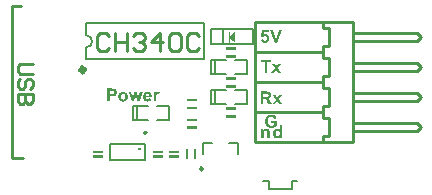
<source format=gto>
G04*
G04 #@! TF.GenerationSoftware,Altium Limited,Altium Designer,22.3.1 (43)*
G04*
G04 Layer_Color=65535*
%FSTAX25Y25*%
%MOIN*%
G70*
G04*
G04 #@! TF.SameCoordinates,AA438D0C-BAC3-434F-BC1F-4FEAB2FC06D2*
G04*
G04*
G04 #@! TF.FilePolarity,Positive*
G04*
G01*
G75*
%ADD10C,0.01000*%
%ADD11C,0.00984*%
%ADD12C,0.01968*%
%ADD13C,0.00800*%
%ADD14C,0.00100*%
%ADD15C,0.00700*%
%ADD16C,0.00787*%
%ADD17C,0.00500*%
%ADD18C,0.00394*%
G36*
X00757Y0046915D02*
X007415Y0048465D01*
X00757Y0050015D01*
Y0046915D01*
D02*
G37*
G36*
X0076Y0044539D02*
X0073Y0044539D01*
Y0045039D01*
X0076D01*
Y0044539D01*
D02*
G37*
G36*
X0075999Y0041889D02*
X0072999D01*
Y0042389D01*
X0075999D01*
Y0041889D01*
D02*
G37*
G36*
X0076Y0034539D02*
X0073Y0034539D01*
Y0035039D01*
X0076D01*
Y0034539D01*
D02*
G37*
G36*
X0075999Y0031889D02*
X0072999D01*
Y0032389D01*
X0075999D01*
Y0031889D01*
D02*
G37*
G36*
X0063001Y002734D02*
X0060001D01*
Y002784D01*
X0063001D01*
Y002734D01*
D02*
G37*
G36*
X0063Y002519D02*
Y002469D01*
X006Y002469D01*
Y002519D01*
X0063Y002519D01*
D02*
G37*
G36*
X0076Y0024439D02*
X0073Y0024439D01*
Y0024939D01*
X0076D01*
Y0024439D01*
D02*
G37*
G36*
X0075999Y0021789D02*
X0072999D01*
Y0022289D01*
X0075999D01*
Y0021789D01*
D02*
G37*
G36*
X0063Y0021239D02*
Y0020739D01*
X006Y0020739D01*
Y0021239D01*
X0063Y0021239D01*
D02*
G37*
G36*
X0062999Y0018089D02*
X0059999D01*
Y0018589D01*
X0062999D01*
Y0018089D01*
D02*
G37*
G36*
X0057Y0010415D02*
Y0009915D01*
X0054D01*
Y0010415D01*
X0057Y0010415D01*
D02*
G37*
G36*
X00515D02*
Y0009915D01*
X00485D01*
Y0010415D01*
X00515Y0010415D01*
D02*
G37*
G36*
X00315Y0009915D02*
X00285D01*
Y0010415D01*
X00315D01*
Y0009915D01*
D02*
G37*
G36*
X0057Y0008515D02*
X0054D01*
Y0009015D01*
X0057D01*
Y0008515D01*
D02*
G37*
G36*
X00515D02*
X00485D01*
Y0009015D01*
X00515D01*
Y0008515D01*
D02*
G37*
G36*
X00315D02*
X00285Y0008515D01*
Y0009015D01*
X00315D01*
Y0008515D01*
D02*
G37*
G36*
X0059925Y0007965D02*
X0059425D01*
Y0010965D01*
X0059925D01*
Y0007965D01*
D02*
G37*
G36*
X0062575Y0007965D02*
X0062075D01*
X0062075Y0010965D01*
X0062575D01*
X0062575Y0007965D01*
D02*
G37*
G36*
X008646Y0017833D02*
X0086485D01*
X0086552Y0017825D01*
X0086627Y0017812D01*
X0086711Y0017795D01*
X0086799Y001777D01*
X0086882Y0017737D01*
X0086887D01*
X0086891Y0017733D01*
X0086903Y0017729D01*
X008692Y001772D01*
X0086962Y0017699D01*
X0087012Y001767D01*
X0087066Y0017632D01*
X008712Y0017591D01*
X0087175Y001754D01*
X0087225Y0017486D01*
X0087229Y0017478D01*
X0087246Y0017461D01*
X0087263Y0017427D01*
X0087288Y0017386D01*
X0087317Y0017336D01*
X0087342Y0017277D01*
X0087367Y0017214D01*
X0087388Y0017143D01*
Y0017139D01*
X0087392Y0017135D01*
Y0017122D01*
X0087396Y001711D01*
X0087401Y0017089D01*
X0087405Y0017064D01*
X0087409Y0017035D01*
X0087413Y0017001D01*
X0087417Y0016964D01*
X0087422Y0016926D01*
X0087426Y001683D01*
X0087434Y0016717D01*
Y0016592D01*
Y0014665D01*
X0086615D01*
Y0016245D01*
Y0016249D01*
Y0016265D01*
Y0016291D01*
Y0016324D01*
Y0016366D01*
X0086611Y0016412D01*
Y0016462D01*
X0086606Y0016516D01*
X0086602Y0016625D01*
X0086594Y0016734D01*
X0086585Y0016784D01*
X0086577Y0016826D01*
X0086569Y0016867D01*
X008656Y0016897D01*
X0086556Y0016905D01*
X0086552Y0016922D01*
X0086535Y0016947D01*
X0086519Y001698D01*
X0086493Y0017018D01*
X0086464Y0017055D01*
X0086427Y0017093D01*
X0086385Y0017127D01*
X0086381Y0017131D01*
X0086364Y0017139D01*
X0086339Y0017152D01*
X0086305Y0017168D01*
X0086264Y0017185D01*
X0086218Y0017198D01*
X0086159Y0017206D01*
X0086101Y001721D01*
X0086063D01*
X0086025Y0017206D01*
X0085971Y0017198D01*
X0085913Y0017181D01*
X008585Y001716D01*
X0085783Y0017131D01*
X0085716Y0017093D01*
X0085708Y0017089D01*
X0085687Y0017072D01*
X0085658Y0017047D01*
X0085624Y0017009D01*
X0085582Y0016964D01*
X0085545Y0016913D01*
X0085511Y0016851D01*
X0085482Y001678D01*
Y0016775D01*
X0085478Y0016771D01*
Y0016759D01*
X0085474Y0016742D01*
X0085469Y0016721D01*
X0085461Y0016692D01*
X0085457Y0016658D01*
X0085453Y0016621D01*
X0085444Y0016575D01*
X008544Y0016521D01*
X0085436Y0016462D01*
X0085428Y0016399D01*
X0085423Y0016328D01*
Y0016249D01*
X0085419Y0016161D01*
Y0016069D01*
Y0014665D01*
X00846D01*
Y001777D01*
X0085365D01*
Y0017311D01*
X0085369Y0017315D01*
X0085382Y0017331D01*
X0085407Y0017361D01*
X008544Y0017394D01*
X0085478Y0017432D01*
X0085528Y0017478D01*
X0085582Y0017524D01*
X0085645Y0017574D01*
X0085716Y0017624D01*
X0085791Y001767D01*
X0085879Y0017716D01*
X0085967Y0017754D01*
X0086063Y0017787D01*
X0086168Y0017816D01*
X0086276Y0017833D01*
X0086389Y0017837D01*
X0086435D01*
X008646Y0017833D01*
D02*
G37*
G36*
X0088099Y002252D02*
X0088157D01*
X0088224Y0022516D01*
X0088299Y0022508D01*
X0088387Y0022495D01*
X0088479Y0022482D01*
X0088575Y0022466D01*
X008868Y0022441D01*
X0088784Y0022416D01*
X0088885Y0022382D01*
X0088989Y0022345D01*
X0089089Y0022299D01*
X0089181Y0022244D01*
X0089269Y0022186D01*
X0089273Y0022182D01*
X008929Y0022169D01*
X0089311Y0022152D01*
X008934Y0022123D01*
X0089378Y002209D01*
X008942Y0022048D01*
X0089465Y0022002D01*
X0089512Y0021943D01*
X0089562Y0021881D01*
X0089608Y0021814D01*
X0089658Y0021738D01*
X0089704Y0021655D01*
X008975Y0021567D01*
X0089787Y0021471D01*
X0089821Y0021371D01*
X008985Y0021262D01*
X0088989Y0021103D01*
Y0021107D01*
X0088985Y0021116D01*
X0088981Y0021132D01*
X0088972Y0021153D01*
X008896Y0021182D01*
X0088947Y0021212D01*
X0088914Y0021283D01*
X0088864Y0021362D01*
X0088805Y0021446D01*
X0088734Y0021525D01*
X0088646Y00216D01*
X0088642Y0021605D01*
X0088634Y0021609D01*
X0088621Y0021617D01*
X00886Y002163D01*
X0088575Y0021642D01*
X0088546Y0021659D01*
X0088512Y0021676D01*
X0088475Y0021692D01*
X0088433Y0021709D01*
X0088383Y0021726D01*
X0088278Y0021755D01*
X0088157Y0021776D01*
X008809Y0021784D01*
X0087998D01*
X0087969Y002178D01*
X0087932D01*
X0087881Y0021772D01*
X0087827Y0021764D01*
X0087764Y0021755D01*
X0087697Y0021738D01*
X0087626Y0021722D01*
X0087555Y0021697D01*
X008748Y0021667D01*
X0087405Y0021634D01*
X008733Y0021592D01*
X0087254Y0021542D01*
X0087187Y0021488D01*
X0087121Y0021425D01*
X0087116Y0021421D01*
X0087108Y0021408D01*
X0087091Y0021387D01*
X008707Y0021358D01*
X0087045Y002132D01*
X0087016Y0021274D01*
X0086987Y002122D01*
X0086958Y0021158D01*
X0086924Y0021086D01*
X0086895Y0021007D01*
X0086866Y0020919D01*
X008684Y0020823D01*
X008682Y0020719D01*
X0086803Y0020606D01*
X0086795Y0020484D01*
X008679Y0020355D01*
Y0020346D01*
Y0020321D01*
X0086795Y0020284D01*
Y002023D01*
X0086803Y0020167D01*
X0086807Y0020096D01*
X008682Y0020012D01*
X0086832Y0019929D01*
X0086849Y0019837D01*
X0086874Y001974D01*
X0086899Y0019648D01*
X0086932Y0019552D01*
X008697Y001946D01*
X0087016Y0019373D01*
X008707Y0019289D01*
X0087129Y0019214D01*
X0087133Y001921D01*
X0087146Y0019197D01*
X0087162Y001918D01*
X0087192Y0019155D01*
X0087225Y0019126D01*
X0087267Y0019093D01*
X0087313Y0019059D01*
X0087367Y0019026D01*
X0087426Y0018988D01*
X0087493Y0018955D01*
X0087568Y0018921D01*
X0087647Y0018892D01*
X0087731Y0018867D01*
X0087819Y001885D01*
X0087915Y0018837D01*
X0088015Y0018833D01*
X0088061D01*
X0088086Y0018837D01*
X0088115D01*
X0088187Y0018846D01*
X0088266Y0018858D01*
X0088358Y0018879D01*
X0088458Y0018904D01*
X0088559Y0018938D01*
X0088563D01*
X0088571Y0018942D01*
X0088584Y001895D01*
X0088604Y0018959D01*
X008863Y0018967D01*
X0088655Y001898D01*
X0088722Y0019009D01*
X0088797Y0019047D01*
X0088876Y0019093D01*
X0088956Y0019143D01*
X0089031Y0019197D01*
Y001974D01*
X008804D01*
Y0020464D01*
X0089904D01*
Y0018754D01*
X00899Y001875D01*
X0089892Y0018741D01*
X0089875Y0018729D01*
X0089854Y0018708D01*
X0089825Y0018687D01*
X0089792Y0018662D01*
X008975Y0018629D01*
X0089704Y0018599D01*
X0089649Y0018562D01*
X0089591Y0018524D01*
X0089528Y0018486D01*
X0089457Y0018449D01*
X0089382Y0018407D01*
X0089298Y0018369D01*
X0089211Y0018328D01*
X0089114Y001829D01*
X008911D01*
X0089089Y0018282D01*
X0089064Y0018273D01*
X0089027Y0018261D01*
X0088981Y0018244D01*
X0088922Y0018227D01*
X0088859Y0018211D01*
X0088793Y0018194D01*
X0088713Y0018173D01*
X0088634Y0018156D01*
X0088546Y0018139D01*
X0088458Y0018123D01*
X0088266Y0018102D01*
X008817Y0018098D01*
X0088069Y0018093D01*
X0088003D01*
X0087957Y0018098D01*
X0087898Y0018102D01*
X0087831Y001811D01*
X0087756Y0018119D01*
X0087672Y0018127D01*
X0087585Y0018144D01*
X0087488Y001816D01*
X0087392Y0018185D01*
X0087292Y0018211D01*
X0087192Y0018244D01*
X0087095Y0018282D01*
X0086995Y0018323D01*
X0086899Y0018374D01*
X0086895Y0018378D01*
X0086878Y0018386D01*
X0086853Y0018403D01*
X008682Y0018424D01*
X0086778Y0018453D01*
X0086728Y0018491D01*
X0086677Y0018532D01*
X0086619Y0018578D01*
X008656Y0018633D01*
X0086498Y0018691D01*
X0086435Y0018758D01*
X0086372Y0018829D01*
X0086314Y0018909D01*
X0086255Y0018992D01*
X0086201Y001908D01*
X0086151Y0019176D01*
X0086147Y001918D01*
X0086138Y0019201D01*
X0086126Y001923D01*
X0086113Y0019268D01*
X0086092Y0019318D01*
X0086071Y0019377D01*
X008605Y0019444D01*
X0086025Y0019519D01*
X0086Y0019598D01*
X0085979Y0019686D01*
X0085958Y0019782D01*
X0085938Y0019883D01*
X0085925Y0019987D01*
X0085913Y0020096D01*
X0085904Y0020209D01*
X00859Y0020321D01*
Y002033D01*
Y0020351D01*
Y0020388D01*
X0085904Y0020434D01*
X0085908Y0020493D01*
X0085917Y002056D01*
X0085925Y0020635D01*
X0085933Y0020723D01*
X008595Y002081D01*
X0085967Y0020907D01*
X0085992Y0021003D01*
X0086017Y0021103D01*
X008605Y0021208D01*
X0086088Y0021308D01*
X008613Y0021408D01*
X008618Y0021509D01*
X0086184Y0021513D01*
X0086193Y0021534D01*
X0086209Y0021559D01*
X0086234Y0021596D01*
X0086264Y0021638D01*
X0086297Y0021688D01*
X0086339Y0021743D01*
X0086389Y0021805D01*
X0086443Y0021868D01*
X0086502Y0021935D01*
X0086569Y0021998D01*
X0086644Y0022064D01*
X0086724Y0022131D01*
X0086811Y0022194D01*
X0086903Y0022253D01*
X0086999Y0022307D01*
X0087003Y0022311D01*
X008702Y0022315D01*
X0087041Y0022328D01*
X0087075Y002234D01*
X0087112Y0022357D01*
X0087162Y0022374D01*
X0087221Y0022395D01*
X0087284Y0022416D01*
X0087355Y0022436D01*
X008743Y0022457D01*
X0087518Y0022474D01*
X0087605Y0022491D01*
X0087702Y0022503D01*
X0087806Y0022516D01*
X0087911Y002252D01*
X0088023Y0022524D01*
X0088057D01*
X0088099Y002252D01*
D02*
G37*
G36*
X0091631Y0014665D02*
X0090865D01*
Y001512D01*
X0090861Y0015116D01*
X0090857Y0015108D01*
X0090845Y0015095D01*
X0090832Y0015078D01*
X009079Y0015028D01*
X0090736Y001497D01*
X0090669Y0014907D01*
X0090594Y001484D01*
X0090506Y0014777D01*
X0090414Y0014723D01*
X009041D01*
X0090402Y0014719D01*
X0090389Y0014711D01*
X0090368Y0014702D01*
X0090347Y0014694D01*
X0090318Y0014681D01*
X0090251Y001466D01*
X0090176Y0014635D01*
X0090088Y0014614D01*
X0089992Y0014598D01*
X0089896Y0014593D01*
X0089871D01*
X0089846Y0014598D01*
X0089808Y0014602D01*
X0089762Y0014606D01*
X0089708Y0014614D01*
X0089645Y0014631D01*
X0089582Y0014648D01*
X0089511Y0014669D01*
X0089436Y0014698D01*
X0089361Y0014736D01*
X0089285Y0014773D01*
X0089206Y0014823D01*
X0089131Y0014882D01*
X0089051Y0014949D01*
X008898Y0015024D01*
X0088976Y0015028D01*
X0088964Y0015045D01*
X0088947Y001507D01*
X0088922Y0015103D01*
X0088893Y0015149D01*
X0088859Y00152D01*
X0088826Y0015262D01*
X0088792Y0015337D01*
X0088755Y0015417D01*
X0088721Y0015505D01*
X0088688Y0015605D01*
X0088658Y0015714D01*
X0088633Y0015827D01*
X0088617Y0015952D01*
X0088604Y0016082D01*
X00886Y0016224D01*
Y0016228D01*
Y0016232D01*
Y0016245D01*
Y0016257D01*
X0088604Y0016299D01*
Y0016353D01*
X0088613Y001642D01*
X0088621Y0016495D01*
X0088629Y0016579D01*
X0088646Y0016671D01*
X0088667Y0016767D01*
X0088692Y0016863D01*
X0088721Y0016964D01*
X0088755Y0017064D01*
X0088797Y001716D01*
X0088847Y0017256D01*
X0088905Y0017344D01*
X0088968Y0017423D01*
X0088972Y0017427D01*
X0088985Y001744D01*
X0089005Y0017461D01*
X0089035Y001749D01*
X0089072Y0017519D01*
X0089114Y0017553D01*
X0089169Y0017591D01*
X0089227Y0017632D01*
X008929Y001767D01*
X0089361Y0017708D01*
X008944Y0017741D01*
X0089524Y0017774D01*
X0089612Y00178D01*
X0089704Y001782D01*
X0089804Y0017833D01*
X0089908Y0017837D01*
X0089933D01*
X0089959Y0017833D01*
X0089996Y0017829D01*
X0090042Y0017825D01*
X0090092Y0017816D01*
X0090151Y00178D01*
X0090218Y0017783D01*
X0090285Y0017762D01*
X009036Y0017733D01*
X0090435Y0017695D01*
X009051Y0017653D01*
X0090586Y0017603D01*
X0090665Y0017545D01*
X009074Y0017478D01*
X0090811Y0017402D01*
Y0018949D01*
X0091631D01*
Y0014665D01*
D02*
G37*
G36*
X0090503Y0027599D02*
X0091652Y0025965D01*
X0090645D01*
X0090013Y0026926D01*
X0089378Y0025965D01*
X0088417D01*
X0089537Y0027561D01*
X0088463Y002907D01*
X0089462D01*
X0090013Y0028213D01*
X0090594Y002907D01*
X0091556D01*
X0090503Y0027599D01*
D02*
G37*
G36*
X0086485Y0030245D02*
X0086552D01*
X0086623Y0030241D01*
X0086699Y0030237D01*
X0086862Y003022D01*
X0087029Y0030199D01*
X0087108Y0030186D01*
X0087184Y003017D01*
X008725Y0030153D01*
X0087313Y0030132D01*
X0087317D01*
X0087326Y0030128D01*
X0087342Y0030119D01*
X0087363Y0030111D01*
X0087393Y0030094D01*
X0087422Y0030078D01*
X0087493Y0030036D01*
X0087572Y0029981D01*
X0087656Y0029906D01*
X0087739Y0029823D01*
X0087777Y0029773D01*
X0087815Y0029718D01*
X0087819Y0029714D01*
X0087823Y0029706D01*
X0087831Y0029689D01*
X0087844Y0029668D01*
X0087857Y0029639D01*
X0087873Y0029605D01*
X008789Y0029568D01*
X0087911Y0029526D01*
X0087928Y0029476D01*
X0087944Y0029426D01*
X0087974Y0029313D01*
X0087994Y0029183D01*
X0088003Y0029116D01*
Y0029045D01*
Y0029041D01*
Y0029024D01*
Y0028999D01*
X0087999Y0028966D01*
X0087994Y0028924D01*
X0087986Y0028878D01*
X0087978Y0028824D01*
X0087969Y0028765D01*
X0087932Y002864D01*
X0087911Y0028573D01*
X0087882Y0028506D01*
X0087852Y0028439D01*
X0087811Y0028376D01*
X0087769Y0028314D01*
X0087719Y0028251D01*
X0087714Y0028247D01*
X0087706Y0028238D01*
X0087689Y0028222D01*
X0087664Y0028201D01*
X0087635Y0028176D01*
X0087597Y0028146D01*
X0087556Y0028117D01*
X0087505Y0028084D01*
X0087451Y002805D01*
X0087388Y0028017D01*
X0087317Y0027983D01*
X0087242Y002795D01*
X0087159Y0027921D01*
X0087071Y0027896D01*
X0086975Y0027871D01*
X008687Y0027854D01*
X0086874D01*
X0086883Y0027846D01*
X0086895Y0027837D01*
X0086916Y0027825D01*
X0086941Y0027812D01*
X0086966Y0027791D01*
X0087033Y0027749D01*
X0087104Y0027695D01*
X0087184Y0027632D01*
X0087259Y0027566D01*
X008733Y0027494D01*
X0087334Y002749D01*
X0087338Y0027486D01*
X0087351Y0027474D01*
X0087363Y0027457D01*
X008738Y0027432D01*
X0087405Y0027407D01*
X008743Y0027373D01*
X0087459Y0027336D01*
X0087493Y002729D01*
X008753Y002724D01*
X0087572Y0027181D01*
X0087614Y0027118D01*
X0087664Y0027051D01*
X0087714Y0026972D01*
X0087769Y0026893D01*
X0087823Y0026801D01*
X008835Y0025965D01*
X0087313D01*
X008669Y0026897D01*
X0086686Y0026901D01*
X0086678Y0026918D01*
X0086657Y0026943D01*
X0086636Y0026976D01*
X0086611Y0027018D01*
X0086577Y002706D01*
X0086506Y002716D01*
X0086431Y0027269D01*
X0086356Y0027373D01*
X0086322Y0027419D01*
X0086289Y0027461D01*
X008626Y0027494D01*
X0086235Y0027524D01*
X008623Y0027528D01*
X0086214Y0027545D01*
X0086189Y0027566D01*
X0086155Y0027595D01*
X0086118Y0027624D01*
X0086076Y0027653D01*
X0086026Y0027683D01*
X0085975Y0027703D01*
X0085967Y0027708D01*
X008595Y0027712D01*
X0085917Y002772D01*
X0085871Y0027729D01*
X0085808Y0027737D01*
X0085733Y0027745D01*
X0085641Y0027754D01*
X0085365D01*
Y0025965D01*
X00845D01*
Y0030249D01*
X0086431D01*
X0086485Y0030245D01*
D02*
G37*
G36*
X0090143Y0038099D02*
X0091293Y0036465D01*
X0090285D01*
X0089654Y0037426D01*
X0089019Y0036465D01*
X0088057D01*
X0089177Y0038061D01*
X0088103Y003957D01*
X0089102D01*
X0089654Y0038713D01*
X0090235Y003957D01*
X0091196D01*
X0090143Y0038099D01*
D02*
G37*
G36*
X0087902Y0040026D02*
X0086636D01*
Y0036465D01*
X0085771D01*
Y0040026D01*
X00845D01*
Y0040749D01*
X0087902D01*
Y0040026D01*
D02*
G37*
G36*
X0090018Y0046465D02*
X0089086D01*
X008756Y0050749D01*
X0088496D01*
X0089579Y0047576D01*
X0090632Y0050749D01*
X0091552D01*
X0090018Y0046465D01*
D02*
G37*
G36*
X0087192Y0049926D02*
X0085641D01*
X0085516Y0049194D01*
X008552D01*
X0085528Y0049198D01*
X0085541Y0049207D01*
X0085562Y0049215D01*
X0085587Y0049228D01*
X0085616Y004924D01*
X0085687Y0049265D01*
X0085771Y004929D01*
X0085867Y0049315D01*
X0085967Y0049332D01*
X0086076Y0049336D01*
X0086101D01*
X008613Y0049332D01*
X0086168D01*
X0086214Y0049324D01*
X0086268Y0049315D01*
X0086331Y0049303D01*
X0086393Y0049286D01*
X0086465Y0049265D01*
X008654Y004924D01*
X0086615Y0049207D01*
X0086695Y0049169D01*
X0086774Y0049123D01*
X0086849Y0049069D01*
X0086929Y0049006D01*
X0087Y0048935D01*
X0087004Y0048931D01*
X0087016Y0048918D01*
X0087033Y0048893D01*
X0087058Y0048864D01*
X0087087Y0048822D01*
X0087121Y0048776D01*
X0087154Y0048722D01*
X0087192Y0048659D01*
X0087225Y0048588D01*
X0087259Y0048509D01*
X0087292Y0048425D01*
X0087322Y0048333D01*
X0087347Y0048233D01*
X0087363Y0048128D01*
X0087376Y0048019D01*
X008738Y0047903D01*
Y0047898D01*
Y0047877D01*
Y0047852D01*
X0087376Y0047815D01*
X0087372Y0047769D01*
X0087363Y0047714D01*
X0087355Y0047652D01*
X0087342Y0047589D01*
X0087326Y0047514D01*
X0087305Y0047438D01*
X008728Y0047363D01*
X008725Y0047284D01*
X0087213Y00472D01*
X0087171Y0047117D01*
X0087125Y0047037D01*
X0087071Y0046958D01*
X0087067Y0046954D01*
X008705Y0046933D01*
X0087029Y0046908D01*
X0086996Y004687D01*
X0086949Y0046828D01*
X0086899Y0046778D01*
X0086841Y0046728D01*
X008677Y0046678D01*
X008669Y0046623D01*
X0086602Y0046573D01*
X0086511Y0046523D01*
X0086406Y0046481D01*
X0086293Y0046444D01*
X0086176Y0046419D01*
X0086047Y0046402D01*
X0085913Y0046393D01*
X0085888D01*
X0085854Y0046398D01*
X0085812D01*
X0085762Y0046402D01*
X0085704Y004641D01*
X0085641Y0046419D01*
X008557Y0046435D01*
X0085495Y0046452D01*
X0085415Y0046473D01*
X0085336Y0046498D01*
X0085252Y0046527D01*
X0085173Y0046565D01*
X0085094Y0046607D01*
X0085014Y0046657D01*
X0084943Y0046711D01*
X0084939Y0046715D01*
X0084926Y0046728D01*
X008491Y0046745D01*
X0084885Y004677D01*
X0084855Y0046803D01*
X0084822Y0046841D01*
X0084784Y0046887D01*
X0084747Y0046937D01*
X0084709Y0046995D01*
X0084671Y0047058D01*
X0084634Y0047129D01*
X00846Y0047204D01*
X0084567Y0047288D01*
X0084538Y0047376D01*
X0084517Y0047468D01*
X00845Y0047564D01*
X0085319Y0047652D01*
Y0047648D01*
Y0047639D01*
X0085324Y0047627D01*
X0085328Y0047606D01*
X0085332Y0047581D01*
X008534Y0047556D01*
X0085357Y0047493D01*
X0085386Y0047422D01*
X008542Y0047347D01*
X0085466Y0047276D01*
X0085524Y0047209D01*
X0085532Y00472D01*
X0085553Y0047183D01*
X0085591Y0047158D01*
X0085637Y0047129D01*
X0085695Y00471D01*
X0085762Y0047075D01*
X0085838Y0047058D01*
X0085921Y004705D01*
X0085946D01*
X0085963Y0047054D01*
X0086013Y0047062D01*
X0086072Y0047075D01*
X0086138Y00471D01*
X0086214Y0047137D01*
X0086247Y0047163D01*
X0086285Y0047192D01*
X0086322Y0047221D01*
X0086356Y0047259D01*
X008636Y0047263D01*
X0086364Y0047267D01*
X0086373Y004728D01*
X0086385Y0047296D01*
X0086398Y0047322D01*
X0086414Y0047347D01*
X0086431Y004738D01*
X0086448Y0047418D01*
X0086465Y0047455D01*
X0086477Y0047505D01*
X0086494Y0047556D01*
X0086506Y004761D01*
X0086519Y0047673D01*
X0086527Y0047739D01*
X0086536Y0047811D01*
Y0047886D01*
Y004789D01*
Y0047903D01*
Y0047923D01*
X0086532Y0047953D01*
Y0047982D01*
X0086527Y0048024D01*
X0086515Y0048107D01*
X0086494Y0048203D01*
X008646Y0048304D01*
X0086414Y0048396D01*
X0086389Y0048442D01*
X0086356Y0048479D01*
Y0048483D01*
X0086348Y0048488D01*
X0086322Y0048513D01*
X0086285Y0048542D01*
X0086235Y004858D01*
X0086168Y0048617D01*
X0086088Y0048651D01*
X0085996Y0048672D01*
X0085946Y0048676D01*
X0085896Y004868D01*
X0085863D01*
X0085838Y0048676D01*
X0085808Y0048672D01*
X0085771Y0048663D01*
X0085729Y0048655D01*
X0085687Y0048642D01*
X0085637Y0048626D01*
X0085587Y0048605D01*
X0085537Y004858D01*
X0085482Y0048546D01*
X0085428Y0048513D01*
X0085374Y0048471D01*
X0085319Y0048421D01*
X0085265Y0048366D01*
X00846Y0048463D01*
X0085022Y0050695D01*
X0087192D01*
Y0049926D01*
D02*
G37*
G36*
X00503Y0030133D02*
X0050326D01*
X0050359Y0030129D01*
X0050426Y0030116D01*
X0050509Y00301D01*
X0050601Y003007D01*
X0050697Y0030033D01*
X0050798Y0029978D01*
X0050543Y0029264D01*
X0050539D01*
X0050534Y0029268D01*
X0050522Y0029276D01*
X0050509Y0029285D01*
X0050468Y0029305D01*
X0050417Y0029335D01*
X0050355Y002936D01*
X0050292Y0029381D01*
X0050221Y0029397D01*
X0050154Y0029401D01*
X0050125D01*
X0050095Y0029397D01*
X0050054Y0029389D01*
X0050008Y0029376D01*
X0049958Y002936D01*
X0049907Y0029339D01*
X0049861Y0029305D01*
X0049857Y0029301D01*
X0049841Y0029289D01*
X004982Y0029264D01*
X0049795Y0029226D01*
X0049761Y002918D01*
X0049732Y0029117D01*
X0049703Y0029046D01*
X0049673Y0028958D01*
Y0028954D01*
X0049669Y0028946D01*
Y0028929D01*
X0049665Y0028908D01*
X0049657Y0028879D01*
X0049652Y0028837D01*
X0049648Y0028791D01*
X004964Y0028737D01*
X0049636Y002867D01*
X0049627Y0028599D01*
X0049623Y0028511D01*
X0049619Y0028419D01*
X0049615Y002831D01*
X0049611Y0028194D01*
X0049606Y0028064D01*
Y0027922D01*
Y0026965D01*
X0048787D01*
Y003007D01*
X0049552D01*
Y0029627D01*
X0049556Y0029631D01*
X004956Y002964D01*
X0049573Y0029656D01*
X0049586Y0029677D01*
X0049602Y0029702D01*
X0049623Y0029732D01*
X0049669Y0029794D01*
X0049724Y0029866D01*
X0049778Y0029932D01*
X0049841Y0029991D01*
X004987Y0030016D01*
X0049899Y0030037D01*
X0049907Y0030041D01*
X0049928Y0030054D01*
X0049962Y003007D01*
X0050004Y0030087D01*
X0050054Y0030104D01*
X0050116Y0030121D01*
X0050183Y0030133D01*
X0050254Y0030137D01*
X0050284D01*
X00503Y0030133D01*
D02*
G37*
G36*
X0044068Y0026965D02*
X0043278D01*
X0042743Y0028958D01*
X0042216Y0026965D01*
X0041418D01*
X0040436Y003007D01*
X0041234D01*
X0041815Y0028035D01*
X004235Y003007D01*
X0043144D01*
X0043663Y0028035D01*
X0044256Y003007D01*
X0045067D01*
X0044068Y0026965D01*
D02*
G37*
G36*
X0034847Y0031245D02*
X0034926D01*
X003501Y0031241D01*
X0035181Y0031232D01*
X0035269Y0031228D01*
X0035353Y003122D01*
X0035428Y0031212D01*
X0035499Y0031203D01*
X0035562Y0031195D01*
X0035612Y0031182D01*
X0035616D01*
X0035629Y0031178D01*
X0035649Y003117D01*
X0035675Y0031161D01*
X0035704Y0031149D01*
X0035741Y0031136D01*
X0035783Y0031115D01*
X0035825Y0031094D01*
X0035925Y003104D01*
X0035976Y0031002D01*
X0036026Y0030965D01*
X003608Y0030923D01*
X003613Y0030873D01*
X003618Y0030823D01*
X0036226Y0030764D01*
X003623Y003076D01*
X0036239Y0030748D01*
X0036251Y0030731D01*
X0036264Y0030706D01*
X0036285Y0030672D01*
X0036306Y0030635D01*
X0036327Y0030589D01*
X0036352Y0030538D01*
X0036377Y003048D01*
X0036398Y0030417D01*
X0036419Y003035D01*
X0036439Y0030275D01*
X0036452Y0030196D01*
X0036465Y0030112D01*
X0036473Y0030024D01*
X0036477Y0029928D01*
Y0029924D01*
Y0029912D01*
Y0029891D01*
X0036473Y0029861D01*
Y0029828D01*
X0036469Y002979D01*
X0036465Y0029744D01*
X003646Y0029698D01*
X0036439Y0029594D01*
X0036414Y0029481D01*
X0036381Y0029372D01*
X0036331Y0029264D01*
Y0029259D01*
X0036322Y0029251D01*
X0036318Y0029239D01*
X0036306Y0029218D01*
X0036272Y0029172D01*
X003623Y0029109D01*
X003618Y0029042D01*
X0036118Y0028971D01*
X0036047Y0028904D01*
X0035967Y0028841D01*
X0035963D01*
X0035959Y0028833D01*
X0035946Y0028829D01*
X003593Y0028816D01*
X0035888Y0028791D01*
X0035829Y0028762D01*
X0035762Y0028724D01*
X0035687Y0028695D01*
X0035603Y0028666D01*
X003552Y0028641D01*
X0035516D01*
X0035507Y0028637D01*
X0035487D01*
X0035461Y0028632D01*
X0035432Y0028628D01*
X003539Y0028624D01*
X0035344Y0028616D01*
X0035294Y0028611D01*
X0035232Y0028607D01*
X0035165Y0028599D01*
X0035094Y0028595D01*
X0035014Y0028591D01*
X0034926Y0028586D01*
X003483D01*
X0034734Y0028582D01*
X0034065D01*
Y0026965D01*
X00332D01*
Y0031249D01*
X0034776D01*
X0034847Y0031245D01*
D02*
G37*
G36*
X0046743Y0030133D02*
X0046789Y0030129D01*
X0046848Y0030125D01*
X0046919Y0030112D01*
X0046994Y00301D01*
X0047073Y0030079D01*
X0047161Y0030054D01*
X0047249Y0030024D01*
X0047341Y0029987D01*
X0047433Y0029945D01*
X0047521Y0029891D01*
X0047608Y0029828D01*
X0047692Y0029757D01*
X0047771Y0029677D01*
X0047776Y0029673D01*
X0047788Y0029656D01*
X0047809Y0029627D01*
X0047834Y002959D01*
X0047863Y0029544D01*
X0047897Y0029485D01*
X0047934Y0029414D01*
X0047972Y0029331D01*
X0048006Y0029239D01*
X0048043Y0029138D01*
X0048072Y0029021D01*
X0048102Y0028896D01*
X0048127Y0028758D01*
X0048144Y0028611D01*
X0048156Y0028453D01*
Y0028281D01*
X0046095D01*
Y0028277D01*
Y0028265D01*
X0046099Y0028248D01*
Y0028223D01*
X0046104Y0028189D01*
X0046108Y0028156D01*
X0046125Y0028072D01*
X0046145Y002798D01*
X0046183Y0027884D01*
X0046229Y0027792D01*
X0046258Y002775D01*
X0046292Y0027709D01*
X0046296Y0027704D01*
X00463Y00277D01*
X0046313Y0027692D01*
X0046325Y0027679D01*
X0046367Y0027646D01*
X0046426Y0027608D01*
X0046492Y0027571D01*
X0046576Y0027541D01*
X0046668Y0027516D01*
X0046718Y0027512D01*
X0046768Y0027508D01*
X0046802D01*
X0046835Y0027512D01*
X0046881Y002752D01*
X0046931Y0027533D01*
X0046986Y0027554D01*
X004704Y0027579D01*
X004709Y0027613D01*
X0047094Y0027617D01*
X0047111Y0027633D01*
X0047136Y0027658D01*
X0047165Y0027696D01*
X0047199Y0027742D01*
X0047232Y0027801D01*
X0047266Y0027867D01*
X0047295Y0027951D01*
X0048114Y0027813D01*
Y0027809D01*
X0048106Y0027792D01*
X0048098Y0027771D01*
X0048085Y0027738D01*
X0048068Y00277D01*
X0048047Y0027658D01*
X0048022Y0027608D01*
X0047993Y0027558D01*
X0047922Y002745D01*
X0047834Y0027332D01*
X0047788Y0027278D01*
X0047734Y0027224D01*
X0047675Y0027174D01*
X0047613Y0027128D01*
X0047608Y0027123D01*
X0047596Y0027119D01*
X0047579Y0027107D01*
X004755Y002709D01*
X0047517Y0027073D01*
X0047479Y0027052D01*
X0047433Y0027031D01*
X0047379Y0027011D01*
X004732Y002699D01*
X0047257Y0026969D01*
X0047186Y0026948D01*
X0047111Y0026931D01*
X0047032Y0026914D01*
X0046944Y0026902D01*
X0046856Y0026898D01*
X004676Y0026893D01*
X0046727D01*
X0046685Y0026898D01*
X0046626Y0026902D01*
X0046559Y002691D01*
X0046484Y0026923D01*
X0046396Y0026939D01*
X0046304Y002696D01*
X0046208Y0026985D01*
X0046112Y0027023D01*
X0046012Y0027065D01*
X0045911Y0027115D01*
X0045815Y0027178D01*
X0045723Y0027245D01*
X004564Y0027328D01*
X004556Y002742D01*
X0045556Y0027424D01*
X0045548Y0027441D01*
X0045531Y0027462D01*
X0045514Y0027495D01*
X0045489Y0027537D01*
X0045464Y0027587D01*
X0045435Y0027646D01*
X004541Y0027713D01*
X004538Y0027788D01*
X0045351Y0027867D01*
X0045326Y0027955D01*
X0045301Y0028051D01*
X0045284Y0028152D01*
X0045268Y002826D01*
X0045259Y0028373D01*
X0045255Y002849D01*
Y0028495D01*
Y0028499D01*
Y0028524D01*
X0045259Y0028565D01*
X0045263Y0028616D01*
X0045268Y0028683D01*
X0045276Y0028758D01*
X0045289Y0028841D01*
X0045305Y0028929D01*
X0045326Y0029025D01*
X0045351Y0029121D01*
X0045385Y0029222D01*
X0045426Y0029326D01*
X0045472Y0029422D01*
X0045523Y0029518D01*
X0045585Y002961D01*
X0045656Y0029698D01*
X0045661Y0029702D01*
X0045673Y0029719D01*
X0045698Y002974D01*
X0045727Y0029765D01*
X0045769Y0029799D01*
X0045815Y0029836D01*
X0045874Y0029878D01*
X0045937Y002992D01*
X0046007Y0029958D01*
X0046083Y0029999D01*
X0046166Y0030037D01*
X0046258Y003007D01*
X0046354Y0030095D01*
X0046455Y0030121D01*
X0046564Y0030133D01*
X0046676Y0030137D01*
X0046706D01*
X0046743Y0030133D01*
D02*
G37*
G36*
X0038655D02*
X0038705Y0030129D01*
X0038768Y0030125D01*
X0038835Y0030112D01*
X0038914Y00301D01*
X0038998Y0030079D01*
X003909Y0030054D01*
X0039182Y0030024D01*
X0039278Y0029987D01*
X0039374Y0029945D01*
X003947Y0029891D01*
X0039566Y0029828D01*
X0039658Y0029757D01*
X0039746Y0029677D01*
X003975Y0029673D01*
X0039767Y0029656D01*
X0039788Y0029631D01*
X0039817Y0029594D01*
X003985Y0029552D01*
X0039888Y0029498D01*
X003993Y0029435D01*
X0039972Y0029364D01*
X0040013Y0029285D01*
X0040055Y0029197D01*
X0040093Y00291D01*
X0040126Y0029D01*
X0040156Y0028892D01*
X0040176Y0028774D01*
X0040193Y0028653D01*
X0040197Y0028524D01*
Y0028515D01*
Y0028495D01*
X0040193Y0028457D01*
X0040189Y0028407D01*
X0040185Y0028344D01*
X0040172Y0028277D01*
X004016Y0028198D01*
X0040139Y0028114D01*
X0040118Y0028022D01*
X0040084Y0027926D01*
X0040051Y002783D01*
X0040005Y0027734D01*
X0039955Y0027633D01*
X0039892Y0027537D01*
X0039821Y0027441D01*
X0039742Y0027353D01*
X0039737Y0027349D01*
X0039721Y0027332D01*
X0039696Y0027312D01*
X0039658Y0027282D01*
X0039616Y0027249D01*
X0039562Y0027207D01*
X0039499Y0027165D01*
X0039428Y0027123D01*
X0039349Y0027082D01*
X0039261Y002704D01*
X0039169Y0027002D01*
X0039064Y0026965D01*
X003896Y0026935D01*
X0038843Y0026914D01*
X0038722Y0026898D01*
X0038596Y0026893D01*
X0038555D01*
X0038525Y0026898D01*
X0038488D01*
X0038442Y0026902D01*
X0038392Y002691D01*
X0038333Y0026919D01*
X0038274Y0026927D01*
X0038212Y0026939D01*
X0038074Y0026973D01*
X0037928Y0027023D01*
X0037857Y0027052D01*
X0037781Y0027086D01*
X0037777Y002709D01*
X0037765Y0027094D01*
X0037744Y0027107D01*
X0037719Y0027123D01*
X0037685Y002714D01*
X0037648Y0027165D01*
X0037606Y0027194D01*
X0037564Y0027228D01*
X0037514Y0027266D01*
X0037468Y0027307D01*
X0037418Y0027353D01*
X0037367Y0027404D01*
X0037321Y0027462D01*
X0037275Y002752D01*
X0037234Y0027583D01*
X0037192Y002765D01*
X0037188Y0027654D01*
X0037183Y0027667D01*
X0037175Y0027688D01*
X0037163Y0027717D01*
X0037146Y0027755D01*
X0037129Y0027796D01*
X0037113Y0027847D01*
X0037092Y0027905D01*
X0037075Y0027968D01*
X0037054Y0028035D01*
X0037037Y002811D01*
X0037025Y0028189D01*
X0037008Y0028273D01*
X0037Y0028365D01*
X0036995Y0028461D01*
X0036991Y0028557D01*
Y0028561D01*
Y0028574D01*
Y0028599D01*
X0036995Y0028628D01*
Y0028666D01*
X0037004Y0028708D01*
X0037008Y0028758D01*
X0037016Y0028808D01*
X0037029Y0028866D01*
X0037041Y0028929D01*
X0037075Y0029063D01*
X0037125Y0029205D01*
X0037158Y0029276D01*
X0037192Y0029347D01*
X0037196Y0029351D01*
X00372Y0029364D01*
X0037213Y0029385D01*
X0037229Y002941D01*
X003725Y0029443D01*
X0037275Y0029481D01*
X0037305Y0029518D01*
X0037338Y0029564D01*
X0037376Y002961D01*
X0037418Y0029661D01*
X0037464Y0029707D01*
X0037518Y0029757D01*
X0037631Y0029849D01*
X0037694Y0029895D01*
X003776Y0029932D01*
X0037765Y0029937D01*
X0037777Y0029941D01*
X0037798Y0029953D01*
X0037827Y0029966D01*
X0037861Y0029978D01*
X0037903Y0029999D01*
X0037949Y0030016D01*
X0038003Y0030037D01*
X0038061Y0030054D01*
X0038124Y0030075D01*
X0038195Y0030091D01*
X0038266Y0030104D01*
X0038421Y0030129D01*
X0038504Y0030133D01*
X0038588Y0030137D01*
X0038621D01*
X0038655Y0030133D01*
D02*
G37*
%LPC*%
G36*
X0090126Y001721D02*
X0090096D01*
X0090075Y0017206D01*
X0090051Y0017202D01*
X0090021Y0017198D01*
X0089954Y0017181D01*
X0089879Y0017152D01*
X0089796Y001711D01*
X0089754Y0017085D01*
X0089716Y0017055D01*
X0089674Y0017018D01*
X0089637Y0016976D01*
Y0016972D01*
X0089628Y0016964D01*
X008962Y0016951D01*
X0089607Y0016934D01*
X0089591Y0016909D01*
X0089574Y001688D01*
X0089557Y0016842D01*
X008954Y0016801D01*
X008952Y0016755D01*
X0089503Y0016704D01*
X0089486Y0016646D01*
X0089469Y0016583D01*
X0089457Y0016516D01*
X0089448Y0016445D01*
X0089444Y0016366D01*
X008944Y0016282D01*
Y0016278D01*
Y0016261D01*
Y0016236D01*
X0089444Y0016203D01*
Y0016161D01*
X0089448Y0016115D01*
X0089453Y0016061D01*
X0089457Y0016006D01*
X0089474Y0015889D01*
X0089499Y0015768D01*
X0089528Y0015655D01*
X0089549Y0015605D01*
X0089574Y0015559D01*
X0089578Y0015555D01*
X0089582Y0015547D01*
X0089595Y001553D01*
X0089612Y0015509D01*
X0089632Y0015484D01*
X0089657Y0015459D01*
X0089687Y0015429D01*
X008972Y00154D01*
X00898Y0015342D01*
X0089892Y0015292D01*
X0089946Y0015271D01*
X0090004Y0015254D01*
X0090067Y0015246D01*
X009013Y0015241D01*
X0090159D01*
X0090176Y0015246D01*
X0090201Y001525D01*
X009023Y0015254D01*
X0090297Y0015271D01*
X0090372Y00153D01*
X0090414Y0015321D01*
X0090456Y0015342D01*
X0090498Y0015371D01*
X0090535Y00154D01*
X0090577Y0015438D01*
X0090615Y001548D01*
X0090619Y0015484D01*
X0090623Y0015492D01*
X0090632Y0015505D01*
X0090648Y0015526D01*
X0090661Y0015551D01*
X0090677Y001558D01*
X0090698Y0015618D01*
X0090715Y0015659D01*
X0090736Y001571D01*
X0090753Y0015764D01*
X0090769Y0015822D01*
X0090786Y0015885D01*
X0090799Y0015956D01*
X0090807Y0016036D01*
X0090811Y0016115D01*
X0090815Y0016203D01*
Y0016207D01*
Y0016228D01*
Y0016253D01*
X0090811Y0016291D01*
Y0016332D01*
X0090807Y0016383D01*
X0090799Y0016441D01*
X009079Y00165D01*
X0090769Y0016625D01*
X0090732Y0016755D01*
X0090711Y0016813D01*
X0090686Y0016872D01*
X0090652Y0016926D01*
X0090619Y0016972D01*
X0090615Y0016976D01*
X0090611Y001698D01*
X0090598Y0016993D01*
X0090586Y0017009D01*
X0090544Y0017047D01*
X0090485Y0017093D01*
X0090414Y0017135D01*
X009033Y0017173D01*
X0090285Y0017189D01*
X0090234Y0017202D01*
X009018Y0017206D01*
X0090126Y001721D01*
D02*
G37*
G36*
X0086293Y0029526D02*
X0085365D01*
Y0028439D01*
X0086151D01*
X008621Y0028443D01*
X0086268D01*
X0086335Y0028447D01*
X0086465Y0028452D01*
X0086532Y0028456D01*
X0086594Y002846D01*
X0086648Y0028464D01*
X0086699Y0028473D01*
X0086745Y0028481D01*
X0086778Y0028489D01*
X0086787Y0028493D01*
X0086803Y0028502D01*
X0086832Y0028514D01*
X008687Y0028531D01*
X0086908Y0028556D01*
X0086949Y002859D01*
X0086987Y0028627D01*
X0087025Y0028669D01*
X0087029Y0028673D01*
X0087037Y0028694D01*
X0087054Y0028719D01*
X0087071Y0028757D01*
X0087083Y0028803D01*
X00871Y0028861D01*
X0087108Y0028924D01*
X0087112Y0028991D01*
Y0028995D01*
Y0028999D01*
Y0029012D01*
Y0029028D01*
X0087108Y0029066D01*
X00871Y0029116D01*
X0087083Y0029171D01*
X0087062Y0029229D01*
X0087033Y0029288D01*
X0086996Y0029342D01*
X0086991Y0029346D01*
X0086975Y0029363D01*
X0086949Y0029388D01*
X0086912Y0029413D01*
X0086866Y0029442D01*
X0086807Y0029467D01*
X0086745Y0029493D01*
X0086669Y0029509D01*
X0086657D01*
X0086644Y0029513D01*
X0086607D01*
X0086582Y0029518D01*
X0086515D01*
X0086469Y0029522D01*
X008636D01*
X0086293Y0029526D01*
D02*
G37*
G36*
X0034642Y0030526D02*
X0034065D01*
Y0029305D01*
X0034617D01*
X0034659Y002931D01*
X0034755D01*
X0034813Y0029314D01*
X0034926Y0029322D01*
X0035039Y0029335D01*
X0035094Y0029343D01*
X003514Y0029351D01*
X0035181Y002936D01*
X0035219Y0029372D01*
X0035227Y0029376D01*
X0035248Y0029385D01*
X0035277Y0029401D01*
X0035315Y0029422D01*
X0035361Y0029452D01*
X0035403Y0029489D01*
X0035449Y0029531D01*
X0035487Y0029581D01*
X0035491Y002959D01*
X0035503Y0029606D01*
X003552Y0029636D01*
X0035537Y0029677D01*
X0035553Y0029728D01*
X003557Y0029786D01*
X0035583Y0029849D01*
X0035587Y0029916D01*
Y002992D01*
Y0029928D01*
Y0029937D01*
Y0029953D01*
X0035578Y0029999D01*
X003557Y0030054D01*
X0035553Y0030112D01*
X0035528Y0030175D01*
X0035495Y0030242D01*
X0035449Y00303D01*
X0035445Y0030309D01*
X0035424Y0030325D01*
X0035394Y003035D01*
X0035353Y0030384D01*
X0035302Y0030417D01*
X0035244Y0030446D01*
X0035177Y0030472D01*
X0035102Y0030492D01*
X0035094D01*
X0035085Y0030497D01*
X0035073D01*
X0035052Y0030501D01*
X0035027Y0030505D01*
X0035002D01*
X0034968Y0030509D01*
X0034926Y0030513D01*
X003488Y0030518D01*
X003483D01*
X0034776Y0030522D01*
X0034709D01*
X0034642Y0030526D01*
D02*
G37*
G36*
X0046772Y002951D02*
X0046701D01*
X0046681Y0029506D01*
X004666D01*
X004663Y0029502D01*
X0046568Y0029485D01*
X0046497Y0029464D01*
X0046421Y0029427D01*
X004635Y0029381D01*
X0046313Y0029347D01*
X0046279Y0029314D01*
Y002931D01*
X0046271Y0029305D01*
X0046262Y0029293D01*
X004625Y0029276D01*
X0046237Y0029259D01*
X0046225Y0029234D01*
X0046191Y0029176D01*
X0046162Y0029096D01*
X0046133Y0029009D01*
X0046116Y00289D01*
X0046108Y0028846D01*
Y0028783D01*
X0047341D01*
Y0028787D01*
Y00288D01*
X0047337Y0028816D01*
Y0028841D01*
X0047333Y0028871D01*
X0047328Y0028904D01*
X0047312Y0028984D01*
X0047291Y0029071D01*
X0047257Y0029159D01*
X0047211Y0029247D01*
X0047153Y0029322D01*
Y0029326D01*
X0047144Y0029331D01*
X0047124Y0029351D01*
X0047086Y0029381D01*
X0047036Y0029418D01*
X0046973Y0029452D01*
X0046898Y0029481D01*
X0046818Y0029502D01*
X0046772Y002951D01*
D02*
G37*
G36*
X0038592Y0029468D02*
X0038563D01*
X0038538Y0029464D01*
X0038513Y002946D01*
X0038479Y0029456D01*
X0038404Y0029439D01*
X0038316Y002941D01*
X0038274Y0029389D01*
X0038228Y0029364D01*
X0038183Y0029335D01*
X0038137Y0029305D01*
X0038091Y0029264D01*
X0038049Y0029222D01*
X0038045Y0029218D01*
X003804Y0029209D01*
X0038028Y0029197D01*
X0038015Y0029176D01*
X0037999Y0029151D01*
X0037982Y0029121D01*
X0037961Y0029084D01*
X003794Y0029042D01*
X0037919Y0028992D01*
X0037898Y0028942D01*
X0037882Y0028883D01*
X0037865Y002882D01*
X0037852Y0028749D01*
X003784Y0028678D01*
X0037836Y0028599D01*
X0037831Y0028515D01*
Y0028511D01*
Y0028495D01*
Y0028469D01*
X0037836Y002844D01*
X003784Y0028398D01*
X0037844Y0028357D01*
X0037848Y0028306D01*
X0037861Y0028252D01*
X0037886Y0028139D01*
X0037923Y0028018D01*
X0037949Y0027964D01*
X0037978Y0027905D01*
X0038011Y0027855D01*
X0038049Y0027805D01*
X0038053Y0027801D01*
X0038057Y0027796D01*
X003807Y0027784D01*
X0038091Y0027767D01*
X0038111Y002775D01*
X0038137Y0027729D01*
X0038199Y0027683D01*
X0038279Y0027637D01*
X0038371Y00276D01*
X0038421Y0027583D01*
X0038475Y0027575D01*
X0038534Y0027566D01*
X0038592Y0027562D01*
X0038621D01*
X0038647Y0027566D01*
X0038672Y0027571D01*
X0038705Y0027575D01*
X003878Y0027592D01*
X0038864Y0027621D01*
X003891Y0027642D01*
X0038956Y0027667D01*
X0039002Y0027692D01*
X0039048Y0027725D01*
X003909Y0027763D01*
X0039131Y0027805D01*
X0039136Y0027809D01*
X003914Y0027817D01*
X0039152Y002783D01*
X0039165Y0027851D01*
X0039182Y0027876D01*
X0039202Y0027909D01*
X0039223Y0027943D01*
X0039244Y0027989D01*
X0039261Y0028035D01*
X0039282Y0028089D01*
X0039303Y0028148D01*
X003932Y002821D01*
X0039332Y0028281D01*
X0039345Y0028357D01*
X0039349Y0028436D01*
X0039353Y0028519D01*
Y0028524D01*
Y002854D01*
Y0028561D01*
X0039349Y0028595D01*
X0039345Y0028632D01*
X003934Y0028678D01*
X0039336Y0028724D01*
X0039324Y0028779D01*
X0039299Y0028892D01*
X0039261Y0029009D01*
X0039236Y0029067D01*
X0039207Y0029121D01*
X0039169Y0029172D01*
X0039131Y0029222D01*
X0039127Y0029226D01*
X0039123Y0029234D01*
X003911Y0029243D01*
X0039094Y0029259D01*
X0039073Y002928D01*
X0039048Y0029301D01*
X0038981Y0029347D01*
X0038906Y0029389D01*
X0038814Y0029431D01*
X0038764Y0029447D01*
X0038709Y0029456D01*
X0038651Y0029464D01*
X0038592Y0029468D01*
D02*
G37*
%LPD*%
D10*
X00463Y00165D02*
G03*
X00463Y00165I-00003J0D01*
G01*
X004404Y00111D02*
G03*
X004404Y00111I-00001J0D01*
G01*
X0136458Y0027087D02*
X0137835Y0028465D01*
X0135918Y0027087D02*
X0136458D01*
Y0029842D02*
X0137835Y0028465D01*
X0135918Y0029842D02*
X0136458D01*
X0105335Y0023465D02*
Y0025465D01*
X0107335D01*
Y0026465D01*
Y0031465D01*
X0105335D02*
X0107335D01*
X0105335D02*
Y0033465D01*
X0115335Y0023465D02*
Y0033465D01*
Y0029842D02*
X0135918D01*
X0115335Y0027087D02*
X0135918D01*
X0115335Y0037087D02*
X0135918D01*
X0115335Y0039843D02*
X0135918D01*
X0115335Y0033465D02*
Y0043465D01*
X0105335Y0041465D02*
Y0043465D01*
Y0041465D02*
X0107335D01*
Y0036465D02*
Y0041465D01*
Y0035465D02*
Y0036465D01*
X0105335Y0035465D02*
X0107335D01*
X0105335Y0033465D02*
Y0035465D01*
X0135918Y0039843D02*
X0136458D01*
X0137835Y0038465D01*
X0135918Y0037087D02*
X0136458D01*
X0137835Y0038465D01*
X0136458Y0047087D02*
X0137835Y0048465D01*
X0135918Y0047087D02*
X0136458D01*
Y0049843D02*
X0137835Y0048465D01*
X0135918Y0049843D02*
X0136458D01*
X0105335Y0043465D02*
Y0045465D01*
X0107335D01*
Y0046465D01*
Y0051465D01*
X0105335D02*
X0107335D01*
X0105335D02*
Y0053465D01*
X0115335Y0043465D02*
Y0053465D01*
X0105335D02*
X0115335D01*
Y0049843D02*
X0135918D01*
X0115335Y0047087D02*
X0135918D01*
X0115335Y0017087D02*
X0135918D01*
X0115335Y0019842D02*
X0135918D01*
X0115335Y0013465D02*
Y0023465D01*
X0105335Y0013465D02*
X0115335D01*
X0105335Y0021465D02*
Y0023465D01*
Y0021465D02*
X0107335D01*
Y0016465D02*
Y0021465D01*
Y0015465D02*
Y0016465D01*
X0105335Y0015465D02*
X0107335D01*
X0105335Y0013465D02*
Y0015465D01*
X0135918Y0019842D02*
X0136458D01*
X0137835Y0018465D01*
X0135918Y0017087D02*
X0136458D01*
X0137835Y0018465D01*
X00015Y0008071D02*
X0005307D01*
X00015D02*
Y0058858D01*
X000452D01*
X00825Y0013465D02*
Y0053465D01*
Y0013465D02*
X0105335D01*
X00828Y0023465D02*
X0105335D01*
X00827Y0033465D02*
X0105335D01*
X00825Y0053465D02*
X01053D01*
X00827Y0043465D02*
X0105335D01*
X0008498Y0039465D02*
X0004333D01*
X00035Y0038631D01*
Y0036965D01*
X0004333Y0036132D01*
X0008498D01*
X0007665Y0031134D02*
X0008498Y0031967D01*
Y0033633D01*
X0007665Y0034466D01*
X0006832D01*
X0005999Y0033633D01*
Y0031967D01*
X0005166Y0031134D01*
X0004333D01*
X00035Y0031967D01*
Y0033633D01*
X0004333Y0034466D01*
X0008498Y0029468D02*
X00035D01*
Y0026969D01*
X0004333Y0026136D01*
X0005166D01*
X0005999Y0026969D01*
Y0029468D01*
Y0026969D01*
X0006832Y0026136D01*
X0007665D01*
X0008498Y0026969D01*
Y0029468D01*
X0033999Y0048863D02*
X0032999Y0049863D01*
X0031D01*
X003Y0048863D01*
Y0044864D01*
X0031Y0043865D01*
X0032999D01*
X0033999Y0044864D01*
X0035998Y0049863D02*
Y0043865D01*
Y0046864D01*
X0039997D01*
Y0049863D01*
Y0043865D01*
X0041996Y0048863D02*
X0042996Y0049863D01*
X0044995D01*
X0045995Y0048863D01*
Y0047863D01*
X0044995Y0046864D01*
X0043995D01*
X0044995D01*
X0045995Y0045864D01*
Y0044864D01*
X0044995Y0043865D01*
X0042996D01*
X0041996Y0044864D01*
X0050993Y0043865D02*
Y0049863D01*
X0047994Y0046864D01*
X0051993D01*
X0053992Y0048863D02*
X0054992Y0049863D01*
X0056991D01*
X0057991Y0048863D01*
Y0044864D01*
X0056991Y0043865D01*
X0054992D01*
X0053992Y0044864D01*
Y0048863D01*
X0063989D02*
X0062989Y0049863D01*
X006099D01*
X005999Y0048863D01*
Y0044864D01*
X006099Y0043865D01*
X0062989D01*
X0063989Y0044864D01*
D11*
X0065193Y0004465D02*
G03*
X0065193Y0004465I-0000492J0D01*
G01*
D12*
X0025608Y0037465D02*
G03*
X0025608Y0037465I-0000608J0D01*
G01*
D13*
X0026315Y0044965D02*
G03*
X0028315Y0046965I0J0002D01*
G01*
X0028315Y0046965D02*
G03*
X0026315Y0048965I-0002J0D01*
G01*
X0069087Y0036102D02*
Y0040827D01*
X0076Y0036102D02*
X0079913D01*
X0076Y0040827D02*
X0079913D01*
Y0036102D02*
Y0040827D01*
X0068Y0036102D02*
Y0040827D01*
Y0036102D02*
X0073D01*
X0068Y0040827D02*
X0073D01*
X0068Y0030827D02*
X0073D01*
X0068Y0026102D02*
X0073D01*
X0068D02*
Y0030827D01*
X0079913Y0026102D02*
Y0030827D01*
X0076D02*
X0079913D01*
X0076Y0026102D02*
X0079913D01*
X0069087D02*
Y0030827D01*
X0042Y0025327D02*
X0047D01*
X0042Y0020602D02*
X0047D01*
X0042D02*
Y0025327D01*
X0053913Y0020602D02*
Y0025327D01*
X005D02*
X0053913D01*
X005Y0020602D02*
X0053913D01*
X0043087D02*
Y0025327D01*
X0026315Y0040965D02*
Y0044965D01*
Y0048965D02*
Y0052965D01*
D14*
X00485Y0009015D02*
X00515D01*
Y0008515D02*
Y0009015D01*
X00485Y0008515D02*
X00515D01*
X00485D02*
Y0009015D01*
X00515Y0009915D02*
Y0010415D01*
X00485Y0010415D02*
X00515Y0010415D01*
X00485Y0009915D02*
X00515D01*
X00485D02*
Y0010415D01*
X0073Y0035039D02*
X0076Y0035039D01*
X0073Y0034539D02*
Y0035039D01*
X0072999Y0031889D02*
X0075999D01*
X0072999D02*
Y0032389D01*
X0075999Y0031889D02*
Y0032389D01*
X0072999D02*
X0075999D01*
X0073Y0034539D02*
X0076Y0034539D01*
Y0035039D01*
X0062575Y0007965D02*
X0062575Y0010965D01*
X0062075D02*
X0062575D01*
X0059425Y0007965D02*
Y0010965D01*
X0059925D01*
X0059425Y0007965D02*
X0059925D01*
Y0010965D01*
X0062075Y0010965D02*
X0062075Y0007965D01*
X0062575D01*
X0073Y0045039D02*
X0076Y0045039D01*
X0073Y0044539D02*
Y0045039D01*
X0072999Y0041889D02*
X0075999D01*
X0072999D02*
Y0042389D01*
X0075999Y0041889D02*
Y0042389D01*
X0072999D02*
X0075999D01*
X0073Y0044539D02*
X0076Y0044539D01*
Y0045039D01*
X0073Y0024939D02*
X0076Y0024939D01*
X0073Y0024439D02*
Y0024939D01*
X0072999Y0021789D02*
X0075999D01*
X0072999D02*
Y0022289D01*
X0075999Y0021789D02*
Y0022289D01*
X0072999D02*
X0075999D01*
X0073Y0024439D02*
X0076Y0024439D01*
Y0024939D01*
X006Y002469D02*
X0063Y002469D01*
Y002519D01*
X0060001Y002784D02*
X0063001D01*
Y002734D02*
Y002784D01*
X0060001Y002734D02*
Y002784D01*
Y002734D02*
X0063001D01*
X006Y002519D02*
X0063Y002519D01*
X006Y002469D02*
Y002519D01*
X006Y0021239D02*
X0063Y0021239D01*
X006Y0020739D02*
Y0021239D01*
X0059999Y0018089D02*
X0062999D01*
X0059999D02*
Y0018589D01*
X0062999Y0018089D02*
Y0018589D01*
X0059999D02*
X0062999D01*
X006Y0020739D02*
X0063Y0020739D01*
Y0021239D01*
X00315Y0008515D02*
Y0009015D01*
X00285D02*
X00315D01*
X00285Y0008515D02*
X00315Y0008515D01*
X00285Y0008515D02*
Y0009015D01*
X00315Y0009915D02*
Y0010415D01*
X00285D02*
X00315D01*
X00285Y0009915D02*
Y0010415D01*
Y0009915D02*
X00315D01*
X0054Y0009015D02*
X0057D01*
Y0008515D02*
Y0009015D01*
X0054Y0008515D02*
X0057D01*
X0054D02*
Y0009015D01*
X0057Y0009915D02*
Y0010415D01*
X0054Y0010415D02*
X0057Y0010415D01*
X0054Y0009915D02*
X0057D01*
X0054D02*
Y0010415D01*
D15*
X0045906Y00074D02*
Y00126D01*
X0034095Y00074D02*
Y00126D01*
Y00074D02*
X0045906D01*
X0034095Y00126D02*
X0045906D01*
D16*
X0087163Y-0002309D02*
X0095037D01*
X0087163D02*
Y0000447D01*
X0085391D02*
X0087163D01*
X0095037Y-0002309D02*
Y0000447D01*
X009671D01*
X0065095Y0009284D02*
Y001322D01*
X0068244D01*
X0076906Y0009284D02*
Y001322D01*
X0073756D02*
X0076906D01*
X0026315Y0040965D02*
X0065685D01*
X0026315Y0052965D02*
X0065685D01*
Y0040965D02*
Y0052965D01*
D17*
X0068Y0045965D02*
X0082D01*
X0068D02*
Y0050965D01*
X0082D01*
Y0045965D02*
Y0050965D01*
X0072Y0045965D02*
Y0050965D01*
D18*
X0074Y0048465D02*
X00757Y0046915D01*
X0074Y0048465D02*
X00757Y0050015D01*
Y0046915D02*
Y0050015D01*
X0074Y0046865D02*
Y0050065D01*
M02*

</source>
